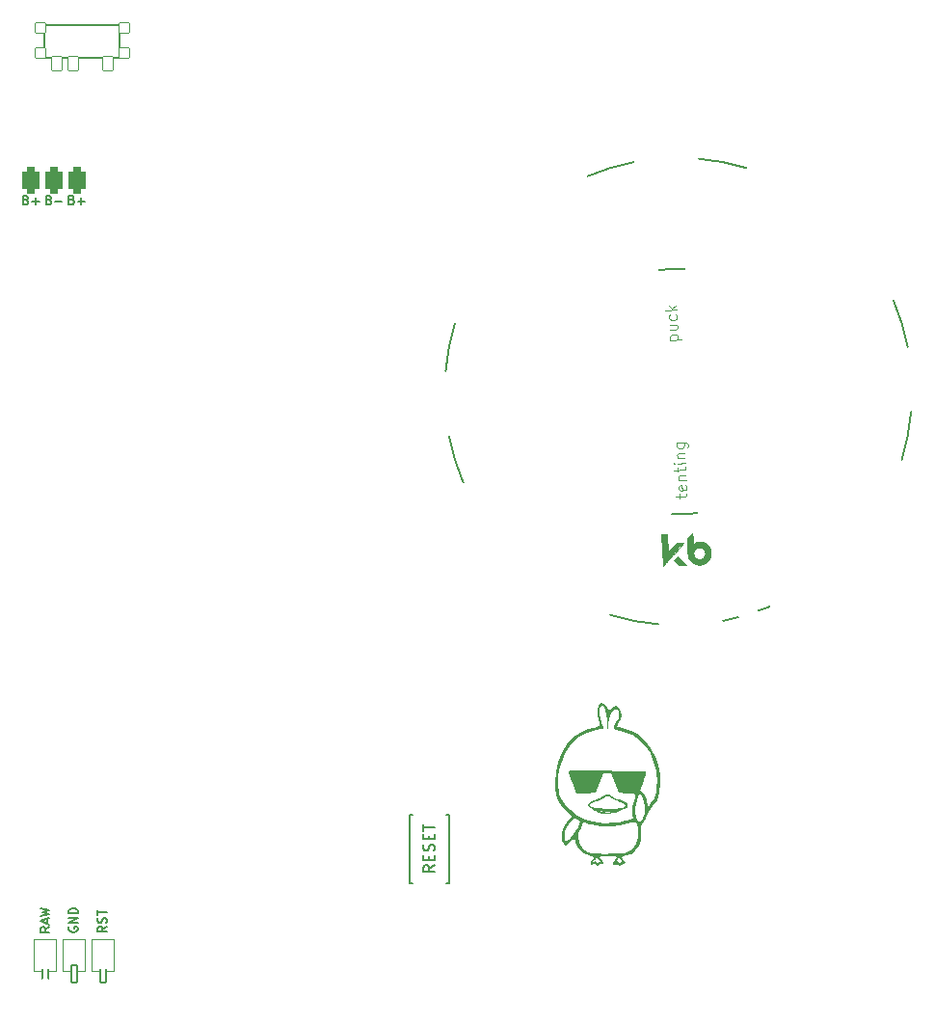
<source format=gto>
%TF.GenerationSoftware,KiCad,Pcbnew,(6.0.4-0)*%
%TF.CreationDate,2022-07-26T10:13:53+02:00*%
%TF.ProjectId,wizza,77697a7a-612e-46b6-9963-61645f706362,v1.0.0*%
%TF.SameCoordinates,Original*%
%TF.FileFunction,Legend,Top*%
%TF.FilePolarity,Positive*%
%FSLAX46Y46*%
G04 Gerber Fmt 4.6, Leading zero omitted, Abs format (unit mm)*
G04 Created by KiCad (PCBNEW (6.0.4-0)) date 2022-07-26 10:13:53*
%MOMM*%
%LPD*%
G01*
G04 APERTURE LIST*
G04 Aperture macros list*
%AMRoundRect*
0 Rectangle with rounded corners*
0 $1 Rounding radius*
0 $2 $3 $4 $5 $6 $7 $8 $9 X,Y pos of 4 corners*
0 Add a 4 corners polygon primitive as box body*
4,1,4,$2,$3,$4,$5,$6,$7,$8,$9,$2,$3,0*
0 Add four circle primitives for the rounded corners*
1,1,$1+$1,$2,$3*
1,1,$1+$1,$4,$5*
1,1,$1+$1,$6,$7*
1,1,$1+$1,$8,$9*
0 Add four rect primitives between the rounded corners*
20,1,$1+$1,$2,$3,$4,$5,0*
20,1,$1+$1,$4,$5,$6,$7,0*
20,1,$1+$1,$6,$7,$8,$9,0*
20,1,$1+$1,$8,$9,$2,$3,0*%
%AMFreePoly0*
4,1,16,0.685355,0.785355,0.700000,0.750000,0.691603,0.722265,0.210093,0.000000,0.691603,-0.722265,0.699029,-0.759806,0.677735,-0.791603,0.650000,-0.800000,-0.500000,-0.800000,-0.535355,-0.785355,-0.550000,-0.750000,-0.550000,0.750000,-0.535355,0.785355,-0.500000,0.800000,0.650000,0.800000,0.685355,0.785355,0.685355,0.785355,$1*%
%AMFreePoly1*
4,1,16,0.535355,0.785355,0.550000,0.750000,0.550000,-0.750000,0.535355,-0.785355,0.500000,-0.800000,-0.500000,-0.800000,-0.535355,-0.785355,-0.541603,-0.777735,-1.041603,-0.027735,-1.049029,0.009806,-1.041603,0.027735,-0.541603,0.777735,-0.509806,0.799029,-0.500000,0.800000,0.500000,0.800000,0.535355,0.785355,0.535355,0.785355,$1*%
G04 Aperture macros list end*
%ADD10C,0.150000*%
%ADD11C,0.100000*%
%ADD12C,0.200000*%
%ADD13C,0.010000*%
%ADD14C,0.120000*%
%ADD15C,2.000000*%
%ADD16RoundRect,0.375000X-0.375000X-0.750000X0.375000X-0.750000X0.375000X0.750000X-0.375000X0.750000X0*%
%ADD17C,1.752600*%
%ADD18C,2.300000*%
%ADD19C,1.801800*%
%ADD20C,2.100000*%
%ADD21C,4.900000*%
%ADD22RoundRect,0.050000X-0.450000X-0.450000X0.450000X-0.450000X0.450000X0.450000X-0.450000X0.450000X0*%
%ADD23RoundRect,0.050000X-0.450000X-0.625000X0.450000X-0.625000X0.450000X0.625000X-0.450000X0.625000X0*%
%ADD24C,5.100000*%
%ADD25C,1.100000*%
%ADD26RoundRect,0.425000X-0.375000X-0.750000X0.375000X-0.750000X0.375000X0.750000X-0.375000X0.750000X0*%
%ADD27C,4.500000*%
%ADD28C,1.852600*%
%ADD29FreePoly0,90.000000*%
%ADD30RoundRect,0.050000X-0.250000X-0.762000X0.250000X-0.762000X0.250000X0.762000X-0.250000X0.762000X0*%
%ADD31FreePoly1,90.000000*%
G04 APERTURE END LIST*
D10*
%TO.C,B1*%
X82349171Y47162873D02*
X81872981Y46829539D01*
X82349171Y46591444D02*
X81349171Y46591444D01*
X81349171Y46972396D01*
X81396791Y47067634D01*
X81444410Y47115254D01*
X81539648Y47162873D01*
X81682505Y47162873D01*
X81777743Y47115254D01*
X81825362Y47067634D01*
X81872981Y46972396D01*
X81872981Y46591444D01*
X81825362Y47591444D02*
X81825362Y47924777D01*
X82349171Y48067634D02*
X82349171Y47591444D01*
X81349171Y47591444D01*
X81349171Y48067634D01*
X82301552Y48448587D02*
X82349171Y48591444D01*
X82349171Y48829539D01*
X82301552Y48924777D01*
X82253933Y48972396D01*
X82158695Y49020015D01*
X82063457Y49020015D01*
X81968219Y48972396D01*
X81920600Y48924777D01*
X81872981Y48829539D01*
X81825362Y48639063D01*
X81777743Y48543825D01*
X81730124Y48496206D01*
X81634886Y48448587D01*
X81539648Y48448587D01*
X81444410Y48496206D01*
X81396791Y48543825D01*
X81349171Y48639063D01*
X81349171Y48877158D01*
X81396791Y49020015D01*
X81825362Y49448587D02*
X81825362Y49781920D01*
X82349171Y49924777D02*
X82349171Y49448587D01*
X81349171Y49448587D01*
X81349171Y49924777D01*
X81349171Y50210492D02*
X81349171Y50781920D01*
X82349171Y50496206D02*
X81349171Y50496206D01*
%TO.C,*%
%TO.C,PAD1*%
X48470695Y105598396D02*
X48584981Y105560301D01*
X48623076Y105522206D01*
X48661171Y105446015D01*
X48661171Y105331730D01*
X48623076Y105255539D01*
X48584981Y105217444D01*
X48508791Y105179349D01*
X48204029Y105179349D01*
X48204029Y105979349D01*
X48470695Y105979349D01*
X48546886Y105941254D01*
X48584981Y105903158D01*
X48623076Y105826968D01*
X48623076Y105750777D01*
X48584981Y105674587D01*
X48546886Y105636492D01*
X48470695Y105598396D01*
X48204029Y105598396D01*
X49004029Y105484111D02*
X49613552Y105484111D01*
X46470695Y105598396D02*
X46584981Y105560301D01*
X46623076Y105522206D01*
X46661171Y105446015D01*
X46661171Y105331730D01*
X46623076Y105255539D01*
X46584981Y105217444D01*
X46508791Y105179349D01*
X46204029Y105179349D01*
X46204029Y105979349D01*
X46470695Y105979349D01*
X46546886Y105941254D01*
X46584981Y105903158D01*
X46623076Y105826968D01*
X46623076Y105750777D01*
X46584981Y105674587D01*
X46546886Y105636492D01*
X46470695Y105598396D01*
X46204029Y105598396D01*
X47004029Y105484111D02*
X47613552Y105484111D01*
X47308791Y105179349D02*
X47308791Y105788873D01*
X50470695Y105598396D02*
X50584981Y105560301D01*
X50623076Y105522206D01*
X50661171Y105446015D01*
X50661171Y105331730D01*
X50623076Y105255539D01*
X50584981Y105217444D01*
X50508791Y105179349D01*
X50204029Y105179349D01*
X50204029Y105979349D01*
X50470695Y105979349D01*
X50546886Y105941254D01*
X50584981Y105903158D01*
X50623076Y105826968D01*
X50623076Y105750777D01*
X50584981Y105674587D01*
X50546886Y105636492D01*
X50470695Y105598396D01*
X50204029Y105598396D01*
X51004029Y105484111D02*
X51613552Y105484111D01*
X51308791Y105179349D02*
X51308791Y105788873D01*
%TO.C,*%
D11*
%TO.C,REF\u002A\u002A*%
X103845319Y79406787D02*
X103825382Y79787217D01*
X103504966Y79532003D02*
X104360934Y79576862D01*
X104453550Y79629400D01*
X104496119Y79727000D01*
X104491135Y79822108D01*
X104406198Y80532922D02*
X104458736Y80440307D01*
X104468705Y80250092D01*
X104426136Y80152492D01*
X104333520Y80099954D01*
X103953090Y80080016D01*
X103855490Y80122586D01*
X103802952Y80215201D01*
X103792983Y80405416D01*
X103835553Y80503016D01*
X103928168Y80555554D01*
X104023276Y80560539D01*
X104143305Y80089985D01*
X103763077Y80976062D02*
X104428830Y81010952D01*
X103858185Y80981046D02*
X103808139Y81026108D01*
X103755601Y81118723D01*
X103748124Y81261385D01*
X103790693Y81358984D01*
X103883309Y81411522D01*
X104406400Y81438937D01*
X103723202Y81736922D02*
X103703265Y82117353D01*
X103382849Y81862138D02*
X104238817Y81906998D01*
X104331433Y81959536D01*
X104374002Y82057136D01*
X104369018Y82152243D01*
X104351572Y82485120D02*
X103685819Y82450229D01*
X103352943Y82432784D02*
X103402989Y82387722D01*
X103448050Y82437768D01*
X103398004Y82482830D01*
X103352943Y82432784D01*
X103448050Y82437768D01*
X103660897Y82925767D02*
X104326650Y82960658D01*
X103756005Y82930751D02*
X103705959Y82975813D01*
X103653421Y83068428D01*
X103645944Y83211090D01*
X103688514Y83308690D01*
X103781129Y83361228D01*
X104304221Y83388642D01*
X103591116Y84257273D02*
X104399531Y84299640D01*
X104497130Y84257071D01*
X104547176Y84212009D01*
X104599714Y84119394D01*
X104607191Y83976733D01*
X104564622Y83879133D01*
X104209315Y84289672D02*
X104261854Y84197056D01*
X104271822Y84006841D01*
X104229253Y83909241D01*
X104184191Y83859195D01*
X104091576Y83806657D01*
X103806253Y83791704D01*
X103708653Y83834273D01*
X103658607Y83879335D01*
X103606069Y83971950D01*
X103596101Y84162166D01*
X103638670Y84259765D01*
X103054933Y93274926D02*
X104053563Y93327262D01*
X103102487Y93277419D02*
X103049949Y93370034D01*
X103039980Y93560249D01*
X103082550Y93657849D01*
X103127611Y93707895D01*
X103220227Y93760433D01*
X103505549Y93775386D01*
X103603149Y93732817D01*
X103653195Y93687755D01*
X103705733Y93595140D01*
X103715702Y93404925D01*
X103673133Y93307325D01*
X102985152Y94606432D02*
X103650905Y94641323D01*
X103007582Y94178448D02*
X103530673Y94205862D01*
X103623289Y94258401D01*
X103665858Y94356000D01*
X103658382Y94498662D01*
X103605844Y94591277D01*
X103555798Y94636339D01*
X103556000Y95542353D02*
X103608538Y95449737D01*
X103618507Y95259522D01*
X103575937Y95161923D01*
X103530876Y95111877D01*
X103438260Y95059338D01*
X103152938Y95044385D01*
X103055338Y95086955D01*
X103005292Y95132016D01*
X102952754Y95224632D01*
X102942785Y95414847D01*
X102985354Y95512447D01*
X103581124Y95972829D02*
X102582494Y95920493D01*
X103195709Y96047999D02*
X103561186Y96353259D01*
X102895433Y96318369D02*
X103295801Y95957876D01*
D10*
%TO.C,MCU1*%
X48511068Y41768669D02*
X48130116Y41502002D01*
X48511068Y41311526D02*
X47711068Y41311526D01*
X47711068Y41616288D01*
X47749164Y41692478D01*
X47787259Y41730573D01*
X47863449Y41768669D01*
X47977735Y41768669D01*
X48053925Y41730573D01*
X48092021Y41692478D01*
X48130116Y41616288D01*
X48130116Y41311526D01*
X48282497Y42073430D02*
X48282497Y42454383D01*
X48511068Y41997240D02*
X47711068Y42263907D01*
X48511068Y42530573D01*
X47711068Y42721050D02*
X48511068Y42911526D01*
X47939640Y43063907D01*
X48511068Y43216288D01*
X47711068Y43406764D01*
X53548636Y41805932D02*
X53167684Y41539266D01*
X53548636Y41348789D02*
X52748636Y41348789D01*
X52748636Y41653551D01*
X52786732Y41729742D01*
X52824827Y41767837D01*
X52901017Y41805932D01*
X53015303Y41805932D01*
X53091493Y41767837D01*
X53129589Y41729742D01*
X53167684Y41653551D01*
X53167684Y41348789D01*
X53510541Y42110694D02*
X53548636Y42224980D01*
X53548636Y42415456D01*
X53510541Y42491647D01*
X53472446Y42529742D01*
X53396255Y42567837D01*
X53320065Y42567837D01*
X53243874Y42529742D01*
X53205779Y42491647D01*
X53167684Y42415456D01*
X53129589Y42263075D01*
X53091493Y42186885D01*
X53053398Y42148789D01*
X52977208Y42110694D01*
X52901017Y42110694D01*
X52824827Y42148789D01*
X52786732Y42186885D01*
X52748636Y42263075D01*
X52748636Y42453551D01*
X52786732Y42567837D01*
X52748636Y42796408D02*
X52748636Y43253551D01*
X53548636Y43024980D02*
X52748636Y43024980D01*
X50246732Y41748789D02*
X50208636Y41672598D01*
X50208636Y41558313D01*
X50246732Y41444027D01*
X50322922Y41367836D01*
X50399112Y41329741D01*
X50551493Y41291646D01*
X50665779Y41291646D01*
X50818160Y41329741D01*
X50894351Y41367836D01*
X50970541Y41444027D01*
X51008636Y41558313D01*
X51008636Y41634503D01*
X50970541Y41748789D01*
X50932446Y41786884D01*
X50665779Y41786884D01*
X50665779Y41634503D01*
X51008636Y42129741D02*
X50208636Y42129741D01*
X51008636Y42586884D01*
X50208636Y42586884D01*
X51008636Y42967836D02*
X50208636Y42967836D01*
X50208636Y43158313D01*
X50246732Y43272598D01*
X50322922Y43348789D01*
X50399112Y43386884D01*
X50551493Y43424979D01*
X50665779Y43424979D01*
X50818160Y43386884D01*
X50894351Y43348789D01*
X50970541Y43272598D01*
X51008636Y43158313D01*
X51008636Y42967836D01*
%TO.C,B1*%
X83646791Y51615254D02*
X83646791Y45615254D01*
X80146791Y51615254D02*
X80146791Y45615254D01*
X83646791Y45615254D02*
X83396791Y45615254D01*
X80146791Y51615254D02*
X80396791Y51615254D01*
X80146791Y45615254D02*
X80396791Y45615254D01*
X83646791Y51615254D02*
X83396791Y51615254D01*
%TO.C,T1*%
X48089406Y120958838D02*
X48089406Y118108838D01*
X53339406Y120958838D02*
X49439406Y120958838D01*
X48089406Y118108838D02*
X54689406Y118108838D01*
X51389406Y120958838D02*
X54689406Y120958838D01*
X54689406Y118108838D02*
X54689406Y120958838D01*
X51389406Y120958838D02*
X48089406Y120958838D01*
%TO.C,G\u002A\u002A\u002A*%
G36*
X96548769Y51916693D02*
G01*
X96405046Y51986068D01*
X96071849Y52161485D01*
X95876390Y52299170D01*
X95796207Y52416253D01*
X95795437Y52422093D01*
X95971676Y52422093D01*
X95988101Y52401210D01*
X96168529Y52306350D01*
X96478794Y52228443D01*
X96880033Y52169837D01*
X97333380Y52132882D01*
X97799971Y52119924D01*
X98240942Y52133314D01*
X98617428Y52175398D01*
X98839213Y52228933D01*
X99066563Y52338527D01*
X99125263Y52453746D01*
X99015852Y52573289D01*
X98738871Y52695852D01*
X98630869Y52730683D01*
X98329356Y52840577D01*
X98072381Y52965621D01*
X97948079Y53051658D01*
X97686468Y53198637D01*
X97401413Y53181437D01*
X97174404Y53053918D01*
X96971575Y52935354D01*
X96684543Y52814259D01*
X96509192Y52756473D01*
X96179178Y52639529D01*
X95996898Y52525950D01*
X95971676Y52422093D01*
X95795437Y52422093D01*
X95791213Y52454114D01*
X95870313Y52641197D01*
X96085454Y52802174D01*
X96403391Y52915079D01*
X96523091Y52937724D01*
X96819227Y53026045D01*
X97099819Y53173993D01*
X97119063Y53187854D01*
X97417341Y53352947D01*
X97684738Y53362645D01*
X97958727Y53216474D01*
X98007986Y53176654D01*
X98219951Y53036549D01*
X98416467Y52965305D01*
X98443542Y52963128D01*
X98631143Y52927601D01*
X98887293Y52840321D01*
X98993454Y52795214D01*
X99223865Y52672121D01*
X99324025Y52558230D01*
X99332121Y52445887D01*
X99256264Y52268866D01*
X99177879Y52197204D01*
X98776550Y51996716D01*
X98470488Y51864649D01*
X98208234Y51784897D01*
X97938327Y51741354D01*
X97653879Y51720212D01*
X97317799Y51709037D01*
X97067688Y51728245D01*
X96834395Y51792557D01*
X96774776Y51818468D01*
X97338590Y51818468D01*
X97444964Y51805184D01*
X97569213Y51802714D01*
X97752334Y51809319D01*
X97802603Y51826205D01*
X97759713Y51839406D01*
X97512995Y51853413D01*
X97378713Y51839406D01*
X97338590Y51818468D01*
X96774776Y51818468D01*
X96622697Y51884563D01*
X96928601Y51884563D01*
X97011824Y51871005D01*
X97121638Y51886571D01*
X97122949Y51915473D01*
X97009632Y51935685D01*
X96960671Y51922157D01*
X96928601Y51884563D01*
X96622697Y51884563D01*
X96548769Y51916693D01*
G37*
G36*
X98161879Y47608299D02*
G01*
X98308086Y47757655D01*
X98331483Y47861449D01*
X98220559Y47926699D01*
X97963803Y47960423D01*
X97569213Y47969654D01*
X97233654Y47962297D01*
X96973489Y47942592D01*
X96826488Y47914084D01*
X96807213Y47898109D01*
X96863825Y47793600D01*
X96976546Y47673320D01*
X97111933Y47506152D01*
X97141779Y47370993D01*
X97065485Y47307066D01*
X96982014Y47315423D01*
X96825406Y47300589D01*
X96773004Y47240631D01*
X96671502Y47131810D01*
X96550759Y47166937D01*
X96499759Y47248437D01*
X96419632Y47328949D01*
X96296315Y47290770D01*
X96127485Y47217066D01*
X96057445Y47253272D01*
X96045213Y47376270D01*
X96086519Y47485062D01*
X96247582Y47485062D01*
X96342131Y47490412D01*
X96413825Y47536040D01*
X96513965Y47579159D01*
X96581750Y47478828D01*
X96594179Y47442272D01*
X96645149Y47319966D01*
X96682189Y47352612D01*
X96694491Y47393461D01*
X96789057Y47497378D01*
X96876017Y47491413D01*
X96947771Y47484640D01*
X96886176Y47559575D01*
X96838576Y47601939D01*
X96687431Y47762606D01*
X96612427Y47884987D01*
X96574389Y47957700D01*
X96559897Y47866799D01*
X96486289Y47715721D01*
X96376628Y47627106D01*
X96258972Y47538333D01*
X96247582Y47485062D01*
X96086519Y47485062D01*
X96111804Y47551659D01*
X96214546Y47650636D01*
X96358777Y47776698D01*
X96346809Y47883427D01*
X96173923Y47977232D01*
X95923685Y48045695D01*
X95470332Y48229968D01*
X95098315Y48547809D01*
X94834887Y48972320D01*
X94757500Y49196673D01*
X94656230Y49575311D01*
X94440555Y49438221D01*
X94226473Y49271191D01*
X94034699Y49079892D01*
X93844518Y48858654D01*
X93665104Y49070320D01*
X93534533Y49345228D01*
X93513264Y49607055D01*
X93759995Y49607055D01*
X93767563Y49381545D01*
X93804556Y49252958D01*
X93828732Y49239654D01*
X93921165Y49294163D01*
X94094964Y49436680D01*
X94267926Y49595208D01*
X94958075Y49595208D01*
X95040017Y49215462D01*
X95141292Y48978902D01*
X95318852Y48707165D01*
X95542676Y48498370D01*
X95833727Y48346419D01*
X96212965Y48245216D01*
X96701352Y48188663D01*
X97319849Y48170662D01*
X97891011Y48179046D01*
X98373591Y48195871D01*
X98725151Y48219503D01*
X98984000Y48255680D01*
X99188449Y48310137D01*
X99376806Y48388611D01*
X99415011Y48407243D01*
X99788712Y48682661D01*
X100061287Y49071473D01*
X100220691Y49543067D01*
X100254880Y50066830D01*
X100205320Y50416023D01*
X100120299Y50723903D01*
X100012097Y50901455D01*
X99845836Y50965233D01*
X99586637Y50931790D01*
X99294975Y50848067D01*
X98618321Y50693028D01*
X97861873Y50615507D01*
X97097962Y50618646D01*
X96398918Y50705590D01*
X96333762Y50719369D01*
X95999866Y50798470D01*
X95718211Y50874757D01*
X95539950Y50934145D01*
X95519599Y50943589D01*
X95417616Y50965645D01*
X95345873Y50877142D01*
X95288498Y50698615D01*
X95198447Y50441541D01*
X95090907Y50231808D01*
X95075970Y50210704D01*
X94969110Y49944877D01*
X94958075Y49595208D01*
X94267926Y49595208D01*
X94300217Y49624804D01*
X94530943Y49884156D01*
X94755600Y50200621D01*
X94946056Y50526798D01*
X95074178Y50815288D01*
X95113052Y50994313D01*
X95045492Y51100977D01*
X94880501Y51218521D01*
X94867933Y51225156D01*
X94719572Y51292244D01*
X94609761Y51289270D01*
X94486811Y51196665D01*
X94319524Y51017549D01*
X94113649Y50756764D01*
X93940700Y50482062D01*
X93888137Y50374200D01*
X93822852Y50152477D01*
X93779282Y49880397D01*
X93759995Y49607055D01*
X93513264Y49607055D01*
X93504993Y49708866D01*
X93567161Y50121528D01*
X93711713Y50543512D01*
X93929327Y50935110D01*
X94169661Y51219079D01*
X94426285Y51462837D01*
X93967790Y51881875D01*
X93491234Y52426850D01*
X93232087Y52864296D01*
X93111932Y53117494D01*
X93032871Y53325272D01*
X92986543Y53534772D01*
X92964585Y53793137D01*
X92958632Y54147512D01*
X92959162Y54402833D01*
X92962286Y54446654D01*
X93218487Y54446654D01*
X93222191Y54033476D01*
X93243613Y53733411D01*
X93292475Y53490425D01*
X93378496Y53248486D01*
X93457635Y53068109D01*
X93801095Y52507242D01*
X94285819Y51997522D01*
X94886910Y51557465D01*
X95579474Y51205587D01*
X96268603Y50977519D01*
X96747577Y50900115D01*
X97328105Y50872240D01*
X97950579Y50891450D01*
X98555394Y50955300D01*
X99082943Y51061347D01*
X99208030Y51098056D01*
X99788514Y51284007D01*
X99735086Y51722331D01*
X99744256Y52185539D01*
X99990672Y52185539D01*
X99992501Y51782998D01*
X100039959Y51422246D01*
X100132566Y51162198D01*
X100139925Y51150507D01*
X100292934Y50916987D01*
X100491075Y51103131D01*
X100630921Y51299036D01*
X100751748Y51575222D01*
X100786655Y51695444D01*
X100841512Y52251404D01*
X100749052Y52794589D01*
X100572472Y53188590D01*
X100449038Y53379701D01*
X100377998Y53438971D01*
X100331438Y53383641D01*
X100317637Y53345987D01*
X100244234Y53155290D01*
X100140033Y52911839D01*
X100125823Y52880320D01*
X100034953Y52570952D01*
X99990672Y52185539D01*
X99744256Y52185539D01*
X99746887Y52318464D01*
X99815373Y52626320D01*
X99927187Y53007234D01*
X99987036Y53252692D01*
X99976751Y53393164D01*
X99878165Y53459121D01*
X99673111Y53481032D01*
X99343421Y53489367D01*
X99299977Y53490723D01*
X98556979Y53515320D01*
X98210153Y54361987D01*
X97863326Y55208654D01*
X97202782Y55208654D01*
X96509034Y53515320D01*
X95656978Y53491356D01*
X94804921Y53467391D01*
X94450280Y54407795D01*
X94316270Y54782398D01*
X94215350Y55102374D01*
X94157496Y55333216D01*
X94152063Y55439495D01*
X94230403Y55463925D01*
X94435760Y55481601D01*
X94775234Y55492593D01*
X95255926Y55496967D01*
X95884938Y55494792D01*
X96669369Y55486136D01*
X97557411Y55472105D01*
X98293401Y55458373D01*
X98975168Y55444047D01*
X99584444Y55429630D01*
X100102957Y55415626D01*
X100512437Y55402541D01*
X100794615Y55390878D01*
X100931219Y55381143D01*
X100941077Y55378678D01*
X100929423Y55289420D01*
X100870066Y55076958D01*
X100773609Y54777069D01*
X100696799Y54554360D01*
X100417780Y53764784D01*
X100642522Y53540041D01*
X100804303Y53310373D01*
X100951922Y52982470D01*
X101009967Y52802026D01*
X101152669Y52288752D01*
X101365188Y52601502D01*
X101627804Y53058889D01*
X101792290Y53534598D01*
X101872948Y54081040D01*
X101887213Y54514440D01*
X101818027Y55422700D01*
X101616626Y56259392D01*
X101292246Y57011903D01*
X100854123Y57667624D01*
X100311493Y58213943D01*
X99673590Y58638249D01*
X98949652Y58927931D01*
X98593509Y59011903D01*
X98264209Y59088539D01*
X98092912Y59182768D01*
X98068634Y59322966D01*
X98180389Y59537511D01*
X98317212Y59725608D01*
X98494863Y60047466D01*
X98542879Y60383663D01*
X98508890Y60705125D01*
X98405018Y60874434D01*
X98228403Y60894940D01*
X98135250Y60861548D01*
X97921354Y60678073D01*
X97755651Y60363077D01*
X97652584Y59950977D01*
X97626045Y59648196D01*
X97607160Y59332323D01*
X97577814Y59174921D01*
X97544456Y59165973D01*
X97513531Y59295462D01*
X97491486Y59553373D01*
X97484546Y59868040D01*
X97458822Y60407933D01*
X97383570Y60811873D01*
X97261670Y61070826D01*
X97096001Y61175757D01*
X97067146Y61177654D01*
X96905297Y61102994D01*
X96843719Y60972913D01*
X96833117Y60754481D01*
X96868757Y60432699D01*
X96940374Y60063845D01*
X97037700Y59704194D01*
X97113789Y59492487D01*
X97185333Y59299174D01*
X97210916Y59187703D01*
X97208579Y59180132D01*
X97120086Y59152466D01*
X96908450Y59101553D01*
X96616524Y59037603D01*
X96565843Y59026972D01*
X95759686Y58788482D01*
X95071834Y58431102D01*
X94494622Y57949106D01*
X94020385Y57336765D01*
X93815195Y56971424D01*
X93509440Y56271210D01*
X93319995Y55591636D01*
X93230699Y54864320D01*
X93218487Y54446654D01*
X92962286Y54446654D01*
X93028468Y55374948D01*
X93222742Y56265453D01*
X93534816Y57063940D01*
X93957521Y57760001D01*
X94483690Y58343228D01*
X95106155Y58803211D01*
X95817748Y59129542D01*
X96304796Y59261051D01*
X96575363Y59321742D01*
X96771997Y59376107D01*
X96841467Y59405686D01*
X96845550Y59504917D01*
X96809957Y59715001D01*
X96762766Y59911591D01*
X96658750Y60429936D01*
X96643025Y60856316D01*
X96714871Y61170681D01*
X96812998Y61309890D01*
X96953231Y61413009D01*
X97080602Y61408226D01*
X97215165Y61341103D01*
X97422529Y61167607D01*
X97553909Y60981485D01*
X97665605Y60749134D01*
X97920238Y60963394D01*
X98130348Y61122224D01*
X98279782Y61161547D01*
X98427225Y61081968D01*
X98546728Y60969836D01*
X98716877Y60687467D01*
X98760256Y60336547D01*
X98677137Y59960478D01*
X98538694Y59697876D01*
X98415367Y59505217D01*
X98350718Y59382286D01*
X98348194Y59361764D01*
X98437841Y59335674D01*
X98644067Y59286598D01*
X98857894Y59239174D01*
X99611255Y58993109D01*
X100285881Y58601976D01*
X100873028Y58074899D01*
X101363952Y57421002D01*
X101749909Y56649409D01*
X101966030Y55995985D01*
X102141692Y55115044D01*
X102184236Y54296592D01*
X102095634Y53552261D01*
X101877859Y52893682D01*
X101532884Y52332485D01*
X101302099Y52081313D01*
X101138043Y51890413D01*
X101047054Y51716705D01*
X101040546Y51675774D01*
X100998536Y51481177D01*
X100894448Y51237357D01*
X100761198Y51006396D01*
X100631701Y50850379D01*
X100588360Y50822876D01*
X100527411Y50757568D01*
X100491282Y50600216D01*
X100475976Y50322691D01*
X100475643Y50029267D01*
X100471138Y49621245D01*
X100441201Y49324827D01*
X100376732Y49083073D01*
X100293457Y48889272D01*
X100003762Y48476848D01*
X99603291Y48176616D01*
X99126718Y48014364D01*
X99114379Y48012339D01*
X98857847Y47941938D01*
X98763379Y47841719D01*
X98833540Y47716551D01*
X98923879Y47650636D01*
X99059270Y47514969D01*
X99083820Y47380177D01*
X98995056Y47298624D01*
X98940813Y47292320D01*
X98749260Y47236071D01*
X98681113Y47186487D01*
X98576675Y47131602D01*
X98471494Y47219447D01*
X98460641Y47233887D01*
X98349554Y47326796D01*
X98292010Y47297387D01*
X98175153Y47214299D01*
X98048354Y47232750D01*
X97992546Y47335483D01*
X98028577Y47424982D01*
X98199247Y47424982D01*
X98213652Y47415187D01*
X98275906Y47460216D01*
X98405566Y47533294D01*
X98492315Y47471902D01*
X98527002Y47415321D01*
X98601868Y47305825D01*
X98639153Y47342268D01*
X98651112Y47393461D01*
X98737166Y47498525D01*
X98823350Y47494534D01*
X98882221Y47496602D01*
X98795046Y47579603D01*
X98775713Y47594221D01*
X98631970Y47745590D01*
X98578528Y47874147D01*
X98564475Y47962517D01*
X98525681Y47885705D01*
X98525419Y47884987D01*
X98439084Y47732751D01*
X98299269Y47548883D01*
X98199247Y47424982D01*
X98028577Y47424982D01*
X98052297Y47483901D01*
X98161879Y47608299D01*
G37*
D12*
%TO.C,REF\u002A\u002A*%
X103194824Y99553353D02*
G75*
G03*
X102071081Y99435243I564957J-10780127D01*
G01*
X83617189Y84856096D02*
G75*
G03*
X84866861Y80765346I20142556J3917039D01*
G01*
X104324758Y99553352D02*
G75*
G03*
X103194824Y99553353I-564972J-10780105D01*
G01*
X107676842Y68630546D02*
G75*
G03*
X111767592Y69880217I-3917052J20142597D01*
G01*
X84133315Y94762232D02*
G75*
G03*
X83318089Y90563264I19626459J-5989082D01*
G01*
X97770708Y69146671D02*
G75*
G03*
X101969674Y68331445I5989083J19626476D01*
G01*
X104324758Y77992940D02*
G75*
G03*
X105448501Y78111051I-564962J10780107D01*
G01*
X109748875Y108399623D02*
G75*
G03*
X105549908Y109214849I-5989084J-19626476D01*
G01*
X123386268Y82784064D02*
G75*
G03*
X124201493Y86983030I-19626528J5989092D01*
G01*
X99842740Y108915749D02*
G75*
G03*
X95751989Y107666077I3917046J-20142585D01*
G01*
X103194824Y77992941D02*
G75*
G03*
X104324758Y77992941I564965J10780127D01*
G01*
X123902392Y92690198D02*
G75*
G03*
X122652722Y96780946I-20142662J-3917070D01*
G01*
G36*
X103699204Y74261691D02*
G01*
X103723072Y74240047D01*
X103759364Y74206369D01*
X103805984Y74162657D01*
X103860835Y74110911D01*
X103921821Y74053130D01*
X103986845Y73991313D01*
X104053811Y73927460D01*
X104120621Y73863571D01*
X104185181Y73801646D01*
X104245393Y73743683D01*
X104299160Y73691683D01*
X104344387Y73647644D01*
X104378976Y73613568D01*
X104400831Y73591452D01*
X104403262Y73588885D01*
X104433284Y73556777D01*
X103814120Y73524328D01*
X103631793Y73691084D01*
X103575259Y73742939D01*
X103522349Y73791750D01*
X103476229Y73834575D01*
X103440059Y73868474D01*
X103417006Y73890507D01*
X103413651Y73893828D01*
X103377836Y73929818D01*
X103530207Y74099369D01*
X103577263Y74151358D01*
X103619159Y74196938D01*
X103653440Y74233495D01*
X103677651Y74258416D01*
X103689337Y74269090D01*
X103689858Y74269301D01*
X103699204Y74261691D01*
G37*
D13*
X103699204Y74261691D02*
X103723072Y74240047D01*
X103759364Y74206369D01*
X103805984Y74162657D01*
X103860835Y74110911D01*
X103921821Y74053130D01*
X103986845Y73991313D01*
X104053811Y73927460D01*
X104120621Y73863571D01*
X104185181Y73801646D01*
X104245393Y73743683D01*
X104299160Y73691683D01*
X104344387Y73647644D01*
X104378976Y73613568D01*
X104400831Y73591452D01*
X104403262Y73588885D01*
X104433284Y73556777D01*
X103814120Y73524328D01*
X103631793Y73691084D01*
X103575259Y73742939D01*
X103522349Y73791750D01*
X103476229Y73834575D01*
X103440059Y73868474D01*
X103417006Y73890507D01*
X103413651Y73893828D01*
X103377836Y73929818D01*
X103530207Y74099369D01*
X103577263Y74151358D01*
X103619159Y74196938D01*
X103653440Y74233495D01*
X103677651Y74258416D01*
X103689337Y74269090D01*
X103689858Y74269301D01*
X103699204Y74261691D01*
G36*
X104575943Y74611865D02*
G01*
X104568961Y74718274D01*
X104561499Y74840707D01*
X104553652Y74977756D01*
X104545516Y75128010D01*
X104544899Y75139730D01*
X104508610Y75830492D01*
X104988926Y76366390D01*
X105014905Y75873506D01*
X105020552Y75769419D01*
X105026104Y75672832D01*
X105031400Y75586104D01*
X105036282Y75511596D01*
X105040594Y75451664D01*
X105044176Y75408670D01*
X105046869Y75384971D01*
X105047987Y75380994D01*
X105060070Y75387950D01*
X105084027Y75405571D01*
X105107227Y75424013D01*
X105218066Y75500641D01*
X105337544Y75556074D01*
X105466300Y75590535D01*
X105604974Y75604250D01*
X105622796Y75604515D01*
X105712651Y75602663D01*
X105789654Y75594745D01*
X105862228Y75579030D01*
X105938792Y75553785D01*
X106010256Y75524847D01*
X106141954Y75456353D01*
X106259533Y75370408D01*
X106361894Y75268637D01*
X106447939Y75152656D01*
X106516572Y75024087D01*
X106566696Y74884550D01*
X106597211Y74735664D01*
X106605460Y74646303D01*
X106603163Y74493496D01*
X106579416Y74347489D01*
X106533631Y74205662D01*
X106482050Y74095893D01*
X106402751Y73971279D01*
X106306765Y73861256D01*
X106196212Y73767019D01*
X106073212Y73689762D01*
X105939885Y73630680D01*
X105798351Y73590965D01*
X105650730Y73571814D01*
X105550387Y73571045D01*
X105404675Y73588323D01*
X105261877Y73627178D01*
X105125434Y73686097D01*
X104998785Y73763572D01*
X104885371Y73858092D01*
X104876509Y73866806D01*
X104790040Y73966537D01*
X104714258Y74080910D01*
X104652581Y74203713D01*
X104608424Y74328733D01*
X104597136Y74374656D01*
X104593041Y74402875D01*
X104588079Y74452756D01*
X104583977Y74502944D01*
X104582347Y74522889D01*
X104581913Y74528920D01*
X105079635Y74528920D01*
X105095298Y74432058D01*
X105130609Y74339761D01*
X105162057Y74287189D01*
X105233520Y74202530D01*
X105316601Y74135910D01*
X105408658Y74088170D01*
X105507045Y74060149D01*
X105609117Y74052686D01*
X105712230Y74066623D01*
X105783947Y74089696D01*
X105826044Y74108010D01*
X105865984Y74127487D01*
X105881722Y74136099D01*
X105925323Y74169430D01*
X105972161Y74218142D01*
X106017250Y74276037D01*
X106055601Y74336922D01*
X106075054Y74376321D01*
X106092891Y74421563D01*
X106103498Y74460780D01*
X106108632Y74503399D01*
X106110050Y74558852D01*
X106110054Y74564149D01*
X106101078Y74671071D01*
X106073130Y74767633D01*
X106024649Y74858643D01*
X106005410Y74886203D01*
X105936879Y74960622D01*
X105854917Y75018582D01*
X105763022Y75059325D01*
X105664697Y75082088D01*
X105563444Y75086114D01*
X105462764Y75070642D01*
X105366155Y75034912D01*
X105352500Y75027902D01*
X105267440Y74970422D01*
X105197121Y74898429D01*
X105142364Y74815103D01*
X105103986Y74723622D01*
X105082803Y74627169D01*
X105079635Y74528920D01*
X104581913Y74528920D01*
X104575943Y74611865D01*
G37*
X104575943Y74611865D02*
X104568961Y74718274D01*
X104561499Y74840707D01*
X104553652Y74977756D01*
X104545516Y75128010D01*
X104544899Y75139730D01*
X104508610Y75830492D01*
X104988926Y76366390D01*
X105014905Y75873506D01*
X105020552Y75769419D01*
X105026104Y75672832D01*
X105031400Y75586104D01*
X105036282Y75511596D01*
X105040594Y75451664D01*
X105044176Y75408670D01*
X105046869Y75384971D01*
X105047987Y75380994D01*
X105060070Y75387950D01*
X105084027Y75405571D01*
X105107227Y75424013D01*
X105218066Y75500641D01*
X105337544Y75556074D01*
X105466300Y75590535D01*
X105604974Y75604250D01*
X105622796Y75604515D01*
X105712651Y75602663D01*
X105789654Y75594745D01*
X105862228Y75579030D01*
X105938792Y75553785D01*
X106010256Y75524847D01*
X106141954Y75456353D01*
X106259533Y75370408D01*
X106361894Y75268637D01*
X106447939Y75152656D01*
X106516572Y75024087D01*
X106566696Y74884550D01*
X106597211Y74735664D01*
X106605460Y74646303D01*
X106603163Y74493496D01*
X106579416Y74347489D01*
X106533631Y74205662D01*
X106482050Y74095893D01*
X106402751Y73971279D01*
X106306765Y73861256D01*
X106196212Y73767019D01*
X106073212Y73689762D01*
X105939885Y73630680D01*
X105798351Y73590965D01*
X105650730Y73571814D01*
X105550387Y73571045D01*
X105404675Y73588323D01*
X105261877Y73627178D01*
X105125434Y73686097D01*
X104998785Y73763572D01*
X104885371Y73858092D01*
X104876509Y73866806D01*
X104790040Y73966537D01*
X104714258Y74080910D01*
X104652581Y74203713D01*
X104608424Y74328733D01*
X104597136Y74374656D01*
X104593041Y74402875D01*
X104588079Y74452756D01*
X104583977Y74502944D01*
X104582347Y74522889D01*
X104581913Y74528920D01*
X105079635Y74528920D01*
X105095298Y74432058D01*
X105130609Y74339761D01*
X105162057Y74287189D01*
X105233520Y74202530D01*
X105316601Y74135910D01*
X105408658Y74088170D01*
X105507045Y74060149D01*
X105609117Y74052686D01*
X105712230Y74066623D01*
X105783947Y74089696D01*
X105826044Y74108010D01*
X105865984Y74127487D01*
X105881722Y74136099D01*
X105925323Y74169430D01*
X105972161Y74218142D01*
X106017250Y74276037D01*
X106055601Y74336922D01*
X106075054Y74376321D01*
X106092891Y74421563D01*
X106103498Y74460780D01*
X106108632Y74503399D01*
X106110050Y74558852D01*
X106110054Y74564149D01*
X106101078Y74671071D01*
X106073130Y74767633D01*
X106024649Y74858643D01*
X106005410Y74886203D01*
X105936879Y74960622D01*
X105854917Y75018582D01*
X105763022Y75059325D01*
X105664697Y75082088D01*
X105563444Y75086114D01*
X105462764Y75070642D01*
X105366155Y75034912D01*
X105352500Y75027902D01*
X105267440Y74970422D01*
X105197121Y74898429D01*
X105142364Y74815103D01*
X105103986Y74723622D01*
X105082803Y74627169D01*
X105079635Y74528920D01*
X104581913Y74528920D01*
X104575943Y74611865D01*
G36*
X102872253Y74625441D02*
G01*
X103632089Y75469064D01*
X103920224Y75481066D01*
X104208358Y75493069D01*
X103407311Y74589771D01*
X103295814Y74464040D01*
X103187272Y74341643D01*
X103082838Y74223876D01*
X102983663Y74112039D01*
X102890899Y74007430D01*
X102805696Y73911346D01*
X102729207Y73825088D01*
X102662581Y73749953D01*
X102606971Y73687238D01*
X102563528Y73638244D01*
X102533404Y73604267D01*
X102520374Y73589569D01*
X102434484Y73492665D01*
X102290986Y76230778D01*
X102786760Y76256760D01*
X102872253Y74625441D01*
G37*
X102872253Y74625441D02*
X103632089Y75469064D01*
X103920224Y75481066D01*
X104208358Y75493069D01*
X103407311Y74589771D01*
X103295814Y74464040D01*
X103187272Y74341643D01*
X103082838Y74223876D01*
X102983663Y74112039D01*
X102890899Y74007430D01*
X102805696Y73911346D01*
X102729207Y73825088D01*
X102662581Y73749953D01*
X102606971Y73687238D01*
X102563528Y73638244D01*
X102533404Y73604267D01*
X102520374Y73589569D01*
X102434484Y73492665D01*
X102290986Y76230778D01*
X102786760Y76256760D01*
X102872253Y74625441D01*
D14*
%TO.C,MCU1*%
X50334791Y37911777D02*
X49654791Y37911777D01*
X54194791Y37911777D02*
X53534791Y37911777D01*
X47114791Y37911777D02*
X47114791Y40711777D01*
X47114791Y40711777D02*
X49114791Y40711777D01*
X52859791Y37911777D02*
X52194791Y37911777D01*
X54194791Y40711777D02*
X54194791Y37911777D01*
X49114791Y37911777D02*
X48434791Y37911777D01*
X52194791Y40711777D02*
X54194791Y40711777D01*
X49654791Y37911777D02*
X49654791Y40711777D01*
X52194791Y37911777D02*
X52194791Y40711777D01*
X47784791Y37911777D02*
X47114791Y37911777D01*
X51654791Y37911777D02*
X50984791Y37911777D01*
X49654791Y40711777D02*
X51654791Y40711777D01*
X51654791Y40711777D02*
X51654791Y37911777D01*
X49114791Y40711777D02*
X49114791Y37911777D01*
%TD*%
D15*
%TO.C,B1*%
X81896791Y45365254D03*
X81896791Y51865254D03*
%TD*%
D16*
%TO.C,PAD1*%
X50908791Y107341254D03*
X48908791Y107341254D03*
X46908791Y107341254D03*
%TD*%
D17*
%TO.C,MCU1*%
X50654791Y36253254D03*
X53194791Y36253254D03*
X53194791Y51493254D03*
X48031045Y51493254D03*
X48114791Y36253254D03*
X50654791Y51493254D03*
X55734791Y51493254D03*
X58274791Y51493254D03*
X60814791Y51493254D03*
X63354791Y51493254D03*
X65894791Y51493254D03*
X68434791Y51493254D03*
X70974791Y51493254D03*
X73514791Y51493254D03*
X76054791Y51493254D03*
X55734791Y36253254D03*
X58274791Y36253254D03*
X60814791Y36253254D03*
X63354791Y36253254D03*
X65894791Y36253254D03*
X68434791Y36253254D03*
X70974791Y36253254D03*
X73514791Y36253254D03*
X76054791Y36253254D03*
%TD*%
%LPC*%
D18*
%TO.C,S17*%
X97872161Y110749716D03*
X93074215Y108221928D03*
D19*
X87080925Y113620120D03*
X98039067Y114578834D03*
D20*
X87095308Y119192579D03*
D21*
X92559996Y114099477D03*
%TD*%
D18*
%TO.C,S15*%
X99453808Y92784406D03*
X94655862Y90256618D03*
D19*
X88662572Y95654810D03*
X99620714Y96613524D03*
D20*
X88676955Y101227269D03*
D21*
X94141643Y96134167D03*
%TD*%
%TO.C,S5*%
X52522259Y81799963D03*
D20*
X46118072Y85645596D03*
D19*
X57781935Y83408007D03*
X47262583Y80191919D03*
D18*
X54247252Y76157765D03*
X58414795Y79627863D03*
%TD*%
%TO.C,S11*%
X76591012Y101921038D03*
X72031634Y98984701D03*
D19*
X65590667Y103840002D03*
X76423553Y105750132D03*
D20*
X65119324Y109392509D03*
D21*
X71007110Y104795067D03*
%TD*%
D18*
%TO.C,S21*%
X120424791Y83297254D03*
X115424791Y81197254D03*
D19*
X109924791Y87097254D03*
X120924791Y87097254D03*
D20*
X110424791Y92647254D03*
D21*
X115424791Y87097254D03*
%TD*%
%TO.C,S29*%
X134099495Y94564491D03*
D20*
X129099495Y100114491D03*
D19*
X139599495Y94564491D03*
X128599495Y94564491D03*
D18*
X134099495Y88664491D03*
X139099495Y90764491D03*
%TD*%
%TO.C,S33*%
X144046791Y41743254D03*
X139046791Y39643254D03*
D19*
X133546791Y45543254D03*
X144546791Y45543254D03*
D20*
X134046791Y51093254D03*
D21*
X139046791Y45543254D03*
%TD*%
D18*
%TO.C,S7*%
X82875050Y66387574D03*
X78315672Y63451237D03*
D19*
X71874705Y68306538D03*
X82707591Y70216668D03*
D20*
X71403362Y73859045D03*
D21*
X77291148Y69261603D03*
%TD*%
D18*
%TO.C,S27*%
X139099495Y72744491D03*
X134099495Y70644491D03*
D19*
X128599495Y76544491D03*
X139599495Y76544491D03*
D20*
X129099495Y82094491D03*
D21*
X134099495Y76544491D03*
%TD*%
%TO.C,S9*%
X74139129Y87023335D03*
D20*
X68251343Y91620777D03*
D19*
X79555572Y87978400D03*
X68722686Y86068270D03*
D18*
X75163653Y81212969D03*
X79723031Y84149306D03*
%TD*%
%TO.C,S13*%
X101015456Y74829096D03*
X96217510Y72301308D03*
D19*
X90224220Y77699500D03*
X101182362Y78658214D03*
D20*
X90238603Y83271959D03*
D21*
X95703291Y78178857D03*
%TD*%
D18*
%TO.C,S31*%
X125321152Y44426273D03*
X120321152Y42326273D03*
D19*
X114821152Y48226273D03*
X125821152Y48226273D03*
D20*
X115321152Y53776273D03*
D21*
X120321152Y48226273D03*
%TD*%
D18*
%TO.C,S3*%
X63705114Y62300682D03*
X59537571Y58830584D03*
D19*
X52552902Y62864738D03*
X63072254Y66080826D03*
D20*
X51408391Y68318415D03*
D21*
X57812578Y64472782D03*
%TD*%
D18*
%TO.C,S23*%
X120424791Y101327254D03*
X115424791Y99227254D03*
D19*
X109924791Y105127254D03*
X120924791Y105127254D03*
D20*
X110424791Y110677254D03*
D21*
X115424791Y105127254D03*
%TD*%
D18*
%TO.C,S19*%
X120424791Y65277254D03*
X115424791Y63177254D03*
D19*
X109924791Y69077254D03*
X120924791Y69077254D03*
D20*
X110424791Y74627254D03*
D21*
X115424791Y69077254D03*
%TD*%
D20*
%TO.C,B1*%
X81896791Y45365254D03*
X81896791Y51865254D03*
%TD*%
D22*
%TO.C,T1*%
X55089406Y118508838D03*
X47689406Y120708838D03*
X55089406Y120708838D03*
X47689406Y118508838D03*
D23*
X53639406Y117533838D03*
X50639406Y117533838D03*
X49139406Y117533838D03*
%TD*%
D24*
%TO.C,*%
X141078791Y61367254D03*
%TD*%
D25*
%TO.C,T2*%
X49889406Y119608838D03*
X52889406Y119608838D03*
%TD*%
D24*
%TO.C,*%
X47860791Y58573254D03*
%TD*%
D26*
%TO.C,PAD1*%
X50908791Y107341254D03*
X48908791Y107341254D03*
X46908791Y107341254D03*
%TD*%
D24*
%TO.C,*%
X140824791Y115215254D03*
%TD*%
%TO.C,*%
X61830791Y117247254D03*
%TD*%
D27*
%TO.C,REF\u002A\u002A*%
X102762791Y107797040D03*
X104756791Y69749254D03*
X84735898Y87776147D03*
%TD*%
D28*
%TO.C,MCU1*%
X50654791Y36253254D03*
D29*
X50654791Y38586777D03*
D28*
X53194791Y36253254D03*
D30*
X48114791Y37636777D03*
D28*
X53194791Y51493254D03*
D30*
X50654791Y37636777D03*
X53194791Y37636777D03*
D29*
X53194791Y38586777D03*
X48114791Y38586777D03*
D28*
X48031045Y51493254D03*
X48114791Y36253254D03*
X50654791Y51493254D03*
D31*
X48114791Y40036777D03*
X50654791Y40036777D03*
X53194791Y40036777D03*
D28*
X55734791Y51493254D03*
X58274791Y51493254D03*
X60814791Y51493254D03*
X63354791Y51493254D03*
X65894791Y51493254D03*
X68434791Y51493254D03*
X70974791Y51493254D03*
X73514791Y51493254D03*
X76054791Y51493254D03*
X55734791Y36253254D03*
X58274791Y36253254D03*
X60814791Y36253254D03*
X63354791Y36253254D03*
X65894791Y36253254D03*
X68434791Y36253254D03*
X70974791Y36253254D03*
X73514791Y36253254D03*
X76054791Y36253254D03*
%TD*%
M02*

</source>
